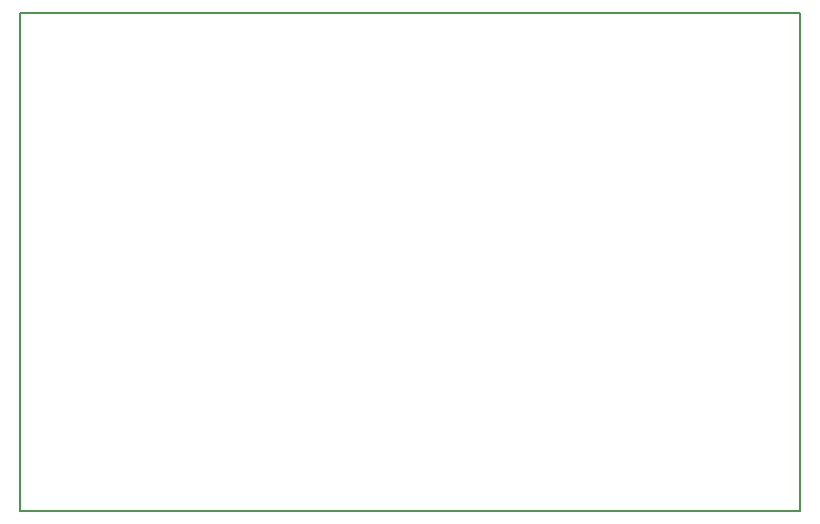
<source format=gbr>
G04 DipTrace 3.2.0.1*
G04 Ãðàíèöûïëàòû.gbr*
%MOMM*%
G04 #@! TF.FileFunction,Profile*
G04 #@! TF.Part,Single*
%ADD11C,0.14*%
%FSLAX35Y35*%
G04*
G71*
G90*
G75*
G01*
G04 BoardOutline*
%LPD*%
X1000000Y5210000D2*
D11*
X7600000D1*
Y1000000D1*
X1000000D1*
Y5210000D1*
M02*

</source>
